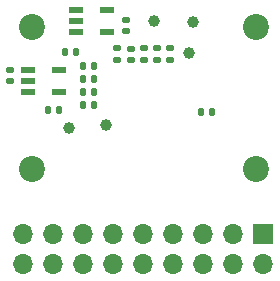
<source format=gbr>
%TF.GenerationSoftware,KiCad,Pcbnew,7.0.5*%
%TF.CreationDate,2024-03-10T15:58:08+09:00*%
%TF.ProjectId,camera_exp,63616d65-7261-45f6-9578-702e6b696361,rev?*%
%TF.SameCoordinates,Original*%
%TF.FileFunction,Soldermask,Bot*%
%TF.FilePolarity,Negative*%
%FSLAX46Y46*%
G04 Gerber Fmt 4.6, Leading zero omitted, Abs format (unit mm)*
G04 Created by KiCad (PCBNEW 7.0.5) date 2024-03-10 15:58:08*
%MOMM*%
%LPD*%
G01*
G04 APERTURE LIST*
G04 Aperture macros list*
%AMRoundRect*
0 Rectangle with rounded corners*
0 $1 Rounding radius*
0 $2 $3 $4 $5 $6 $7 $8 $9 X,Y pos of 4 corners*
0 Add a 4 corners polygon primitive as box body*
4,1,4,$2,$3,$4,$5,$6,$7,$8,$9,$2,$3,0*
0 Add four circle primitives for the rounded corners*
1,1,$1+$1,$2,$3*
1,1,$1+$1,$4,$5*
1,1,$1+$1,$6,$7*
1,1,$1+$1,$8,$9*
0 Add four rect primitives between the rounded corners*
20,1,$1+$1,$2,$3,$4,$5,0*
20,1,$1+$1,$4,$5,$6,$7,0*
20,1,$1+$1,$6,$7,$8,$9,0*
20,1,$1+$1,$8,$9,$2,$3,0*%
G04 Aperture macros list end*
%ADD10C,2.200000*%
%ADD11C,1.000000*%
%ADD12R,1.700000X1.700000*%
%ADD13O,1.700000X1.700000*%
%ADD14RoundRect,0.140000X0.140000X0.170000X-0.140000X0.170000X-0.140000X-0.170000X0.140000X-0.170000X0*%
%ADD15RoundRect,0.135000X-0.185000X0.135000X-0.185000X-0.135000X0.185000X-0.135000X0.185000X0.135000X0*%
%ADD16RoundRect,0.140000X-0.170000X0.140000X-0.170000X-0.140000X0.170000X-0.140000X0.170000X0.140000X0*%
%ADD17R,1.200000X0.600000*%
%ADD18RoundRect,0.140000X-0.140000X-0.170000X0.140000X-0.170000X0.140000X0.170000X-0.140000X0.170000X0*%
%ADD19RoundRect,0.140000X0.170000X-0.140000X0.170000X0.140000X-0.170000X0.140000X-0.170000X-0.140000X0*%
G04 APERTURE END LIST*
D10*
%TO.C,H1*%
X102000000Y-52000000D03*
%TD*%
%TO.C,H4*%
X83000000Y-40000000D03*
%TD*%
%TO.C,H3*%
X102000000Y-40000000D03*
%TD*%
%TO.C,H2*%
X83000000Y-52000000D03*
%TD*%
D11*
%TO.C,TP5*%
X93400000Y-39500000D03*
%TD*%
%TO.C,TP4*%
X86200000Y-48600000D03*
%TD*%
%TO.C,TP3*%
X96300000Y-42200000D03*
%TD*%
%TO.C,TP2*%
X89300000Y-48300000D03*
%TD*%
%TO.C,TP1*%
X96700000Y-39600000D03*
%TD*%
D12*
%TO.C,J1*%
X102620000Y-57560000D03*
D13*
X102620000Y-60100000D03*
X100080000Y-57560000D03*
X100080000Y-60100000D03*
X97540000Y-57560000D03*
X97540000Y-60100000D03*
X95000000Y-57560000D03*
X95000000Y-60100000D03*
X92460000Y-57560000D03*
X92460000Y-60100000D03*
X89920000Y-57560000D03*
X89920000Y-60100000D03*
X87380000Y-57560000D03*
X87380000Y-60100000D03*
X84840000Y-57560000D03*
X84840000Y-60100000D03*
X82300000Y-57560000D03*
X82300000Y-60100000D03*
%TD*%
D14*
%TO.C,C11*%
X88280000Y-43300000D03*
X87320000Y-43300000D03*
%TD*%
D15*
%TO.C,R1*%
X92500000Y-41800000D03*
X92500000Y-42820000D03*
%TD*%
D16*
%TO.C,C22*%
X81200000Y-43620000D03*
X81200000Y-44580000D03*
%TD*%
D14*
%TO.C,C20*%
X86780000Y-42100000D03*
X85820000Y-42100000D03*
%TD*%
D17*
%TO.C,IC1*%
X82700000Y-45550000D03*
X82700000Y-44600000D03*
X82700000Y-43650000D03*
X85300000Y-43650000D03*
X85300000Y-45550000D03*
%TD*%
D14*
%TO.C,C21*%
X85360000Y-47000000D03*
X84400000Y-47000000D03*
%TD*%
D17*
%TO.C,IC2*%
X86800000Y-40450000D03*
X86800000Y-39500000D03*
X86800000Y-38550000D03*
X89400000Y-38550000D03*
X89400000Y-40450000D03*
%TD*%
D18*
%TO.C,C15*%
X97320000Y-47200000D03*
X98280000Y-47200000D03*
%TD*%
D19*
%TO.C,C10*%
X94700000Y-42780000D03*
X94700000Y-41820000D03*
%TD*%
D14*
%TO.C,C9*%
X87320000Y-45500000D03*
X88280000Y-45500000D03*
%TD*%
D19*
%TO.C,C4*%
X91400000Y-41840000D03*
X91400000Y-42800000D03*
%TD*%
%TO.C,C17*%
X90200000Y-42780000D03*
X90200000Y-41820000D03*
%TD*%
D14*
%TO.C,C6*%
X88280000Y-46600000D03*
X87320000Y-46600000D03*
%TD*%
D19*
%TO.C,C23*%
X91000000Y-39420000D03*
X91000000Y-40380000D03*
%TD*%
D14*
%TO.C,C12*%
X88280000Y-44400000D03*
X87320000Y-44400000D03*
%TD*%
D19*
%TO.C,C16*%
X93650000Y-42780000D03*
X93650000Y-41820000D03*
%TD*%
M02*

</source>
